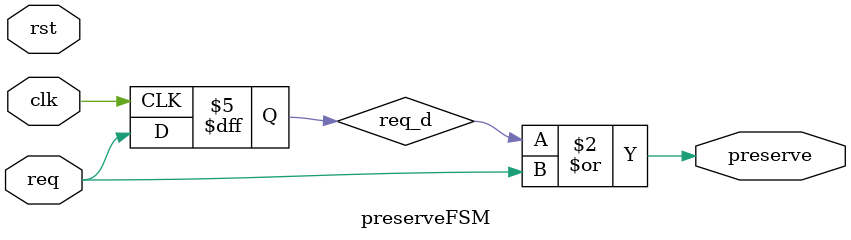
<source format=sv>
module preserveFSM(
    input clk,
    input rst,
    input req,
    output preserve
);

logic req_d;

always_ff @(posedge clk) begin
    if(rst) req_d <= req;
    else req_d <= req;
end


assign preserve = req_d | req;

endmodule

</source>
